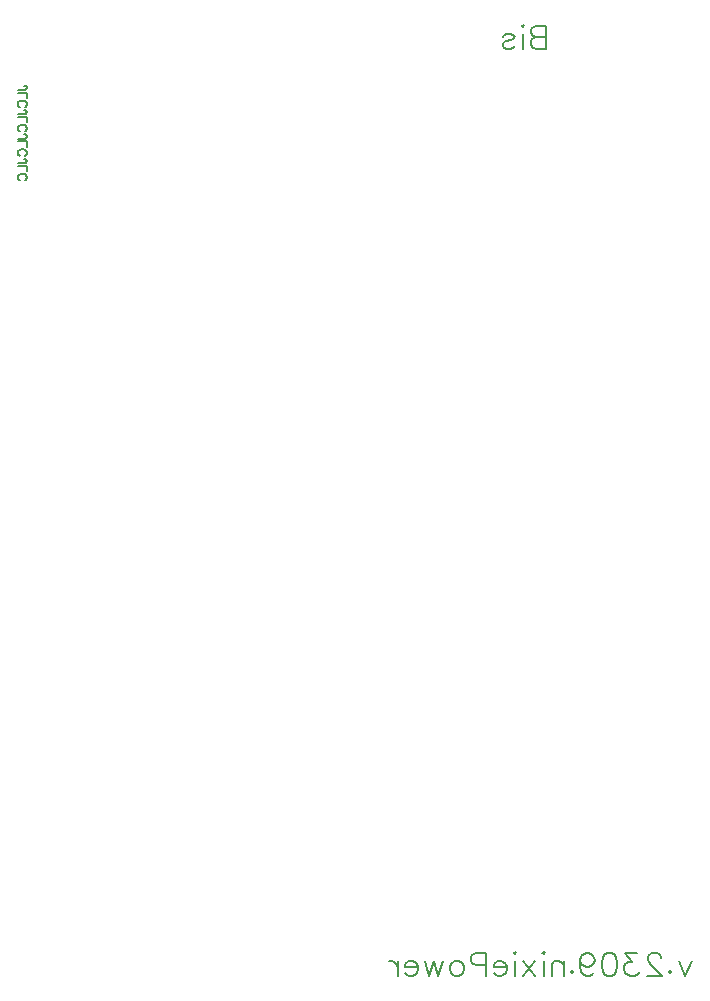
<source format=gbo>
G04 Layer: BottomSilkscreenLayer*
G04 EasyEDA v6.5.34, 2023-09-21 21:59:44*
G04 1037e3338c1a49738aad6bad4f376bef,8e72fd04a6c14d66a7e837eb9aaabff2,10*
G04 Gerber Generator version 0.2*
G04 Scale: 100 percent, Rotated: No, Reflected: No *
G04 Dimensions in millimeters *
G04 leading zeros omitted , absolute positions ,4 integer and 5 decimal *
%FSLAX45Y45*%
%MOMM*%

%ADD10C,0.2032*%
%ADD11C,0.1500*%

%LPD*%
D10*
X5399953Y-69489D02*
G01*
X5344581Y-199029D01*
X5289209Y-69489D02*
G01*
X5344581Y-199029D01*
X5218851Y-152801D02*
G01*
X5228249Y-161945D01*
X5218851Y-171089D01*
X5209707Y-161945D01*
X5218851Y-152801D01*
X5139603Y-51201D02*
G01*
X5139603Y-41803D01*
X5130205Y-23515D01*
X5121061Y-14117D01*
X5102519Y-4973D01*
X5065689Y-4973D01*
X5047147Y-14117D01*
X5038003Y-23515D01*
X5028605Y-41803D01*
X5028605Y-60345D01*
X5038003Y-78887D01*
X5056291Y-106573D01*
X5148747Y-199029D01*
X5019461Y-199029D01*
X4939959Y-4973D02*
G01*
X4838359Y-4973D01*
X4893731Y-78887D01*
X4866045Y-78887D01*
X4847757Y-88031D01*
X4838359Y-97429D01*
X4829215Y-125115D01*
X4829215Y-143403D01*
X4838359Y-171089D01*
X4856901Y-189631D01*
X4884587Y-199029D01*
X4912273Y-199029D01*
X4939959Y-189631D01*
X4949357Y-180487D01*
X4958501Y-161945D01*
X4712883Y-4973D02*
G01*
X4740569Y-14117D01*
X4759111Y-41803D01*
X4768255Y-88031D01*
X4768255Y-115717D01*
X4759111Y-161945D01*
X4740569Y-189631D01*
X4712883Y-199029D01*
X4694341Y-199029D01*
X4666655Y-189631D01*
X4648113Y-161945D01*
X4638969Y-115717D01*
X4638969Y-88031D01*
X4648113Y-41803D01*
X4666655Y-14117D01*
X4694341Y-4973D01*
X4712883Y-4973D01*
X4457867Y-69489D02*
G01*
X4467011Y-97429D01*
X4485553Y-115717D01*
X4513239Y-125115D01*
X4522637Y-125115D01*
X4550323Y-115717D01*
X4568611Y-97429D01*
X4578009Y-69489D01*
X4578009Y-60345D01*
X4568611Y-32659D01*
X4550323Y-14117D01*
X4522637Y-4973D01*
X4513239Y-4973D01*
X4485553Y-14117D01*
X4467011Y-32659D01*
X4457867Y-69489D01*
X4457867Y-115717D01*
X4467011Y-161945D01*
X4485553Y-189631D01*
X4513239Y-199029D01*
X4531781Y-199029D01*
X4559467Y-189631D01*
X4568611Y-171089D01*
X4387763Y-152801D02*
G01*
X4396907Y-161945D01*
X4387763Y-171089D01*
X4378365Y-161945D01*
X4387763Y-152801D01*
X4317405Y-69489D02*
G01*
X4317405Y-199029D01*
X4317405Y-106573D02*
G01*
X4289719Y-78887D01*
X4271431Y-69489D01*
X4243491Y-69489D01*
X4225203Y-78887D01*
X4215805Y-106573D01*
X4215805Y-199029D01*
X4154845Y-4973D02*
G01*
X4145701Y-14117D01*
X4136557Y-4973D01*
X4145701Y4170D01*
X4154845Y-4973D01*
X4145701Y-69489D02*
G01*
X4145701Y-199029D01*
X4075597Y-69489D02*
G01*
X3973997Y-199029D01*
X3973997Y-69489D02*
G01*
X4075597Y-199029D01*
X3913037Y-4973D02*
G01*
X3903639Y-14117D01*
X3894495Y-4973D01*
X3903639Y4170D01*
X3913037Y-4973D01*
X3903639Y-69489D02*
G01*
X3903639Y-199029D01*
X3833535Y-125115D02*
G01*
X3722791Y-125115D01*
X3722791Y-106573D01*
X3731935Y-88031D01*
X3741079Y-78887D01*
X3759621Y-69489D01*
X3787307Y-69489D01*
X3805849Y-78887D01*
X3824391Y-97429D01*
X3833535Y-125115D01*
X3833535Y-143403D01*
X3824391Y-171089D01*
X3805849Y-189631D01*
X3787307Y-199029D01*
X3759621Y-199029D01*
X3741079Y-189631D01*
X3722791Y-171089D01*
X3661831Y-4973D02*
G01*
X3661831Y-199029D01*
X3661831Y-4973D02*
G01*
X3578519Y-4973D01*
X3550833Y-14117D01*
X3541689Y-23515D01*
X3532291Y-41803D01*
X3532291Y-69489D01*
X3541689Y-88031D01*
X3550833Y-97429D01*
X3578519Y-106573D01*
X3661831Y-106573D01*
X3425357Y-69489D02*
G01*
X3443645Y-78887D01*
X3462187Y-97429D01*
X3471331Y-125115D01*
X3471331Y-143403D01*
X3462187Y-171089D01*
X3443645Y-189631D01*
X3425357Y-199029D01*
X3397671Y-199029D01*
X3379129Y-189631D01*
X3360587Y-171089D01*
X3351443Y-143403D01*
X3351443Y-125115D01*
X3360587Y-97429D01*
X3379129Y-78887D01*
X3397671Y-69489D01*
X3425357Y-69489D01*
X3290483Y-69489D02*
G01*
X3253399Y-199029D01*
X3216569Y-69489D02*
G01*
X3253399Y-199029D01*
X3216569Y-69489D02*
G01*
X3179485Y-199029D01*
X3142655Y-69489D02*
G01*
X3179485Y-199029D01*
X3081695Y-125115D02*
G01*
X2970951Y-125115D01*
X2970951Y-106573D01*
X2980095Y-88031D01*
X2989239Y-78887D01*
X3007781Y-69489D01*
X3035467Y-69489D01*
X3054009Y-78887D01*
X3072551Y-97429D01*
X3081695Y-125115D01*
X3081695Y-143403D01*
X3072551Y-171089D01*
X3054009Y-189631D01*
X3035467Y-199029D01*
X3007781Y-199029D01*
X2989239Y-189631D01*
X2970951Y-171089D01*
X2909991Y-69489D02*
G01*
X2909991Y-199029D01*
X2909991Y-125115D02*
G01*
X2900593Y-97429D01*
X2882051Y-78887D01*
X2863763Y-69489D01*
X2836077Y-69489D01*
X4169991Y7845031D02*
G01*
X4169991Y7651069D01*
X4169991Y7845031D02*
G01*
X4086865Y7845031D01*
X4059156Y7835795D01*
X4049918Y7826560D01*
X4040682Y7808086D01*
X4040682Y7789613D01*
X4049918Y7771140D01*
X4059156Y7761904D01*
X4086865Y7752669D01*
X4169991Y7752669D02*
G01*
X4086865Y7752669D01*
X4059156Y7743431D01*
X4049918Y7734195D01*
X4040682Y7715722D01*
X4040682Y7688013D01*
X4049918Y7669540D01*
X4059156Y7660304D01*
X4086865Y7651069D01*
X4169991Y7651069D01*
X3979722Y7845031D02*
G01*
X3970487Y7835795D01*
X3961249Y7845031D01*
X3970487Y7854269D01*
X3979722Y7845031D01*
X3970487Y7780378D02*
G01*
X3970487Y7651069D01*
X3798689Y7752669D02*
G01*
X3807927Y7771140D01*
X3835636Y7780378D01*
X3863345Y7780378D01*
X3891053Y7771140D01*
X3900289Y7752669D01*
X3891053Y7734195D01*
X3872580Y7724960D01*
X3826398Y7715722D01*
X3807927Y7706486D01*
X3798689Y7688013D01*
X3798689Y7678778D01*
X3807927Y7660304D01*
X3835636Y7651069D01*
X3863345Y7651069D01*
X3891053Y7660304D01*
X3900289Y7678778D01*
D11*
X-305577Y7303757D02*
G01*
X-247395Y7303757D01*
X-236486Y7307392D01*
X-232851Y7311029D01*
X-229214Y7318301D01*
X-229214Y7325573D01*
X-232851Y7332847D01*
X-236486Y7336482D01*
X-247395Y7340119D01*
X-254668Y7340119D01*
X-305577Y7279756D02*
G01*
X-229214Y7279756D01*
X-229214Y7279756D02*
G01*
X-229214Y7236119D01*
X-287395Y7157575D02*
G01*
X-294667Y7161209D01*
X-301942Y7168484D01*
X-305577Y7175756D01*
X-305577Y7190303D01*
X-301942Y7197575D01*
X-294667Y7204847D01*
X-287395Y7208484D01*
X-276486Y7212119D01*
X-258305Y7212119D01*
X-247395Y7208484D01*
X-240123Y7204847D01*
X-232851Y7197575D01*
X-229214Y7190303D01*
X-229214Y7175756D01*
X-232851Y7168484D01*
X-240123Y7161209D01*
X-247395Y7157575D01*
X-305577Y7097212D02*
G01*
X-247395Y7097212D01*
X-236486Y7100846D01*
X-232851Y7104484D01*
X-229214Y7111756D01*
X-229214Y7119030D01*
X-232851Y7126302D01*
X-236486Y7129937D01*
X-247395Y7133574D01*
X-254668Y7133574D01*
X-305577Y7073211D02*
G01*
X-229214Y7073211D01*
X-229214Y7073211D02*
G01*
X-229214Y7029574D01*
X-287395Y6951030D02*
G01*
X-294667Y6954667D01*
X-301942Y6961939D01*
X-305577Y6969211D01*
X-305577Y6983757D01*
X-301942Y6991029D01*
X-294667Y6998301D01*
X-287395Y7001939D01*
X-276486Y7005573D01*
X-258305Y7005573D01*
X-247395Y7001939D01*
X-240123Y6998301D01*
X-232851Y6991029D01*
X-229214Y6983757D01*
X-229214Y6969211D01*
X-232851Y6961939D01*
X-240123Y6954667D01*
X-247395Y6951030D01*
X-305577Y6890666D02*
G01*
X-247395Y6890666D01*
X-236486Y6894301D01*
X-232851Y6897938D01*
X-229214Y6905210D01*
X-229214Y6912485D01*
X-232851Y6919757D01*
X-236486Y6923392D01*
X-247395Y6927029D01*
X-254668Y6927029D01*
X-305577Y6866666D02*
G01*
X-229214Y6866666D01*
X-229214Y6866666D02*
G01*
X-229214Y6823029D01*
X-287395Y6744484D02*
G01*
X-294667Y6748122D01*
X-301942Y6755394D01*
X-305577Y6762666D01*
X-305577Y6777212D01*
X-301942Y6784484D01*
X-294667Y6791756D01*
X-287395Y6795394D01*
X-276486Y6799031D01*
X-258305Y6799031D01*
X-247395Y6795394D01*
X-240123Y6791756D01*
X-232851Y6784484D01*
X-229214Y6777212D01*
X-229214Y6762666D01*
X-232851Y6755394D01*
X-240123Y6748122D01*
X-247395Y6744484D01*
X-305577Y6684121D02*
G01*
X-247395Y6684121D01*
X-236486Y6687756D01*
X-232851Y6691393D01*
X-229214Y6698665D01*
X-229214Y6705940D01*
X-232851Y6713212D01*
X-236486Y6716849D01*
X-247395Y6720484D01*
X-254668Y6720484D01*
X-305577Y6660121D02*
G01*
X-229214Y6660121D01*
X-229214Y6660121D02*
G01*
X-229214Y6616484D01*
X-287395Y6537939D02*
G01*
X-294667Y6541576D01*
X-301942Y6548848D01*
X-305577Y6556120D01*
X-305577Y6570667D01*
X-301942Y6577939D01*
X-294667Y6585211D01*
X-287395Y6588848D01*
X-276486Y6592486D01*
X-258305Y6592486D01*
X-247395Y6588848D01*
X-240123Y6585211D01*
X-232851Y6577939D01*
X-229214Y6570667D01*
X-229214Y6556120D01*
X-232851Y6548848D01*
X-240123Y6541576D01*
X-247395Y6537939D01*
M02*

</source>
